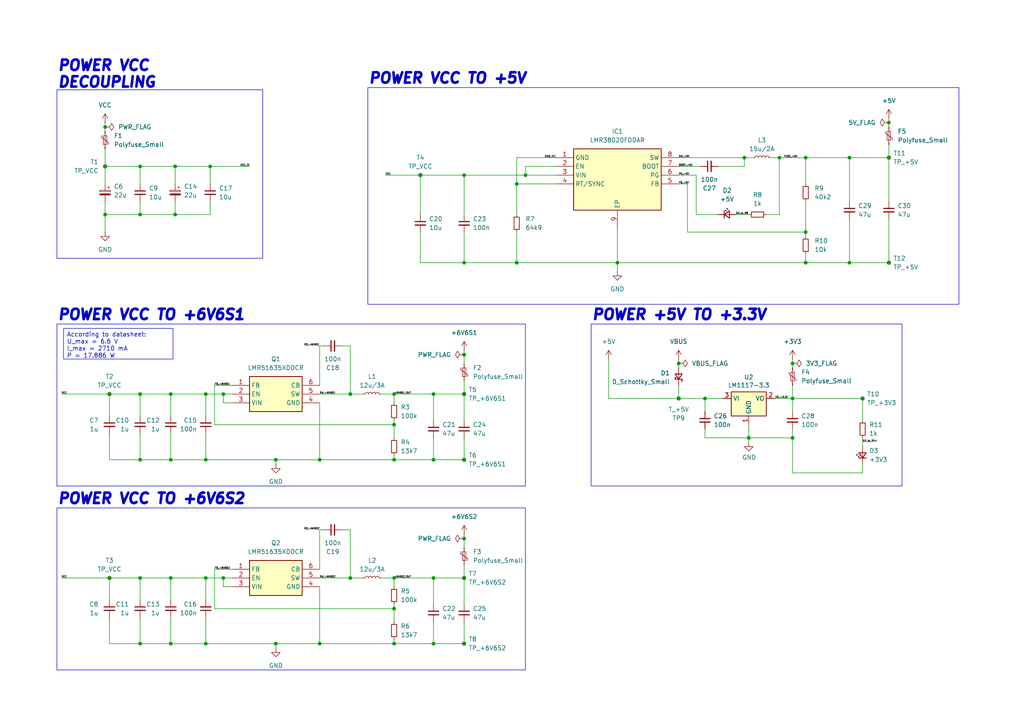
<source format=kicad_sch>
(kicad_sch (version 20250114) (generator "eeschema") (generator_version "9.0")
  (paper "A4")
  (rectangle (start 171.45 93.98) (end 261.62 140.97))
  (rectangle (start 16.51 93.98) (end 152.4 140.97))
  (rectangle (start 106.68 25.4) (end 278.13 88.265))
  (rectangle (start 16.51 26.035) (end 76.2 74.93))
  (rectangle (start 16.51 147.32) (end 152.4 194.31))
  (text "POWER VCC TO +6V6S2" (at 16.51 144.78 0) (effects (font (size 3 3) (thickness 2) (bold yes) (italic yes)) (justify left)))
  (text "POWER VCC TO +5V" (at 106.68 22.86 0) (effects (font (size 3 3) (thickness 2) (bold yes) (italic yes)) (justify left)))
  (text "POWER +5V TO +3.3V" (at 171.45 91.44 0) (effects (font (size 3 3) (thickness 2) (bold yes) (italic yes)) (justify left)))
  (text "POWER VCC\nDECOUPLING" (at 16.51 21.59 0) (effects (font (size 3 3) (thickness 2) (bold yes) (italic yes)) (justify left)))
  (text "POWER VCC TO +6V6S1" (at 16.51 91.44 0) (effects (font (size 3 3) (thickness 2) (bold yes) (italic yes)) (justify left)))
  (text_box "According to datasheet:\nU_max = 6.6 V\nI_max = 2710 mA\nP = 17.886 W" (at 18.415 95.25 0) (size 31.75 8.89) (margins 0.9525 0.9525 0.9525 0.9525) (effects (font (size 1.27 1.27)) (justify left top)))
  (junction (at 217.17 127))
  (junction (at 40.64 62.23))
  (junction (at 149.86 53.34))
  (junction (at 49.53 186.69))
  (junction (at 196.85 115.57))
  (junction (at 134.62 102.87))
  (junction (at 59.69 133.35))
  (junction (at 49.53 167.64))
  (junction (at 149.86 76.2))
  (junction (at 215.9 45.72))
  (junction (at 125.73 114.3))
  (junction (at 134.62 114.3))
  (junction (at 64.77 114.3))
  (junction (at 125.73 167.64))
  (junction (at 246.38 45.72))
  (junction (at 114.3 123.19))
  (junction (at 30.48 62.23))
  (junction (at 114.3 114.3))
  (junction (at 59.69 186.69))
  (junction (at 134.62 167.64))
  (junction (at 233.68 45.72))
  (junction (at 196.85 105.41))
  (junction (at 31.75 167.64))
  (junction (at 114.3 176.53))
  (junction (at 92.71 186.69))
  (junction (at 114.3 133.35))
  (junction (at 134.62 186.69))
  (junction (at 101.6 114.3))
  (junction (at 60.96 48.26))
  (junction (at 80.01 133.35))
  (junction (at 31.75 114.3))
  (junction (at 134.62 50.8))
  (junction (at 233.68 67.31))
  (junction (at 134.62 76.2))
  (junction (at 40.64 133.35))
  (junction (at 30.48 36.83))
  (junction (at 226.06 45.72))
  (junction (at 125.73 186.69))
  (junction (at 40.64 186.69))
  (junction (at 92.71 133.35))
  (junction (at 40.64 48.26))
  (junction (at 50.8 62.23))
  (junction (at 257.81 76.2))
  (junction (at 246.38 76.2))
  (junction (at 134.62 133.35))
  (junction (at 114.3 167.64))
  (junction (at 121.92 50.8))
  (junction (at 114.3 186.69))
  (junction (at 40.64 114.3))
  (junction (at 40.64 167.64))
  (junction (at 59.69 114.3))
  (junction (at 257.81 35.56))
  (junction (at 229.87 115.57))
  (junction (at 125.73 133.35))
  (junction (at 152.4 50.8))
  (junction (at 49.53 114.3))
  (junction (at 30.48 48.26))
  (junction (at 229.87 105.41))
  (junction (at 229.87 127))
  (junction (at 204.47 115.57))
  (junction (at 134.62 156.21))
  (junction (at 59.69 167.64))
  (junction (at 101.6 167.64))
  (junction (at 64.77 167.64))
  (junction (at 179.07 76.2))
  (junction (at 257.81 45.72))
  (junction (at 49.53 133.35))
  (junction (at 50.8 48.26))
  (junction (at 250.19 115.57))
  (junction (at 80.01 186.69))
  (junction (at 233.68 76.2))
  (wire (pts (xy 31.75 114.3) (xy 40.64 114.3)))
  (wire (pts (xy 134.62 154.94) (xy 134.62 156.21)))
  (wire (pts (xy 92.71 100.33) (xy 93.98 100.33)))
  (wire (pts (xy 121.92 50.8) (xy 134.62 50.8)))
  (wire (pts (xy 67.31 170.18) (xy 64.77 170.18)))
  (wire (pts (xy 59.69 167.64) (xy 64.77 167.64)))
  (wire (pts (xy 30.48 48.26) (xy 30.48 53.34)))
  (wire (pts (xy 114.3 127) (xy 114.3 123.19)))
  (wire (pts (xy 204.47 124.46) (xy 204.47 127)))
  (wire (pts (xy 229.87 104.14) (xy 229.87 105.41)))
  (wire (pts (xy 149.86 53.34) (xy 149.86 62.23)))
  (wire (pts (xy 62.23 123.19) (xy 114.3 123.19)))
  (wire (pts (xy 59.69 179.07) (xy 59.69 186.69)))
  (wire (pts (xy 67.31 165.1) (xy 62.23 165.1)))
  (wire (pts (xy 250.19 127) (xy 250.19 129.54)))
  (wire (pts (xy 92.71 167.64) (xy 101.6 167.64)))
  (wire (pts (xy 50.8 48.26) (xy 40.64 48.26)))
  (wire (pts (xy 40.64 48.26) (xy 40.64 53.34)))
  (wire (pts (xy 99.06 100.33) (xy 101.6 100.33)))
  (wire (pts (xy 40.64 58.42) (xy 40.64 62.23)))
  (wire (pts (xy 134.62 180.34) (xy 134.62 186.69)))
  (wire (pts (xy 208.28 48.26) (xy 215.9 48.26)))
  (wire (pts (xy 149.86 76.2) (xy 179.07 76.2)))
  (wire (pts (xy 50.8 62.23) (xy 60.96 62.23)))
  (wire (pts (xy 196.85 105.41) (xy 196.85 106.68)))
  (wire (pts (xy 40.64 167.64) (xy 40.64 173.99)))
  (wire (pts (xy 50.8 48.26) (xy 50.8 53.34)))
  (wire (pts (xy 40.64 167.64) (xy 49.53 167.64)))
  (wire (pts (xy 31.75 133.35) (xy 40.64 133.35)))
  (wire (pts (xy 40.64 179.07) (xy 40.64 186.69)))
  (wire (pts (xy 31.75 179.07) (xy 31.75 186.69)))
  (wire (pts (xy 226.06 45.72) (xy 233.68 45.72)))
  (wire (pts (xy 125.73 114.3) (xy 125.73 121.92)))
  (wire (pts (xy 125.73 186.69) (xy 114.3 186.69)))
  (wire (pts (xy 257.81 63.5) (xy 257.81 76.2)))
  (wire (pts (xy 49.53 114.3) (xy 59.69 114.3)))
  (wire (pts (xy 80.01 133.35) (xy 80.01 134.62)))
  (wire (pts (xy 233.68 45.72) (xy 246.38 45.72)))
  (wire (pts (xy 246.38 76.2) (xy 257.81 76.2)))
  (wire (pts (xy 30.48 35.56) (xy 30.48 36.83)))
  (wire (pts (xy 31.75 167.64) (xy 31.75 173.99)))
  (wire (pts (xy 134.62 114.3) (xy 134.62 121.92)))
  (wire (pts (xy 101.6 114.3) (xy 105.41 114.3)))
  (wire (pts (xy 222.25 62.23) (xy 226.06 62.23)))
  (wire (pts (xy 125.73 127) (xy 125.73 133.35)))
  (wire (pts (xy 62.23 176.53) (xy 114.3 176.53)))
  (wire (pts (xy 134.62 167.64) (xy 134.62 175.26)))
  (wire (pts (xy 215.9 45.72) (xy 218.44 45.72)))
  (wire (pts (xy 59.69 186.69) (xy 80.01 186.69)))
  (wire (pts (xy 134.62 167.64) (xy 134.62 163.83)))
  (wire (pts (xy 60.96 48.26) (xy 50.8 48.26)))
  (wire (pts (xy 233.68 58.42) (xy 233.68 67.31)))
  (wire (pts (xy 233.68 45.72) (xy 233.68 53.34)))
  (wire (pts (xy 134.62 102.87) (xy 134.62 105.41)))
  (wire (pts (xy 229.87 137.16) (xy 250.19 137.16)))
  (wire (pts (xy 201.93 50.8) (xy 201.93 62.23)))
  (wire (pts (xy 114.3 121.92) (xy 114.3 123.19)))
  (wire (pts (xy 134.62 114.3) (xy 134.62 110.49)))
  (wire (pts (xy 40.64 125.73) (xy 40.64 133.35)))
  (wire (pts (xy 60.96 48.26) (xy 72.39 48.26)))
  (wire (pts (xy 125.73 186.69) (xy 134.62 186.69)))
  (wire (pts (xy 31.75 125.73) (xy 31.75 133.35)))
  (wire (pts (xy 62.23 165.1) (xy 62.23 176.53)))
  (wire (pts (xy 213.36 62.23) (xy 217.17 62.23)))
  (wire (pts (xy 125.73 133.35) (xy 114.3 133.35)))
  (wire (pts (xy 64.77 114.3) (xy 67.31 114.3)))
  (wire (pts (xy 257.81 45.72) (xy 257.81 41.91)))
  (wire (pts (xy 92.71 114.3) (xy 101.6 114.3)))
  (wire (pts (xy 92.71 133.35) (xy 114.3 133.35)))
  (wire (pts (xy 59.69 114.3) (xy 64.77 114.3)))
  (wire (pts (xy 101.6 153.67) (xy 101.6 167.64)))
  (wire (pts (xy 64.77 116.84) (xy 64.77 114.3)))
  (wire (pts (xy 149.86 53.34) (xy 161.29 53.34)))
  (wire (pts (xy 257.81 45.72) (xy 246.38 45.72)))
  (wire (pts (xy 30.48 62.23) (xy 30.48 67.31)))
  (wire (pts (xy 80.01 186.69) (xy 80.01 187.96)))
  (wire (pts (xy 60.96 62.23) (xy 60.96 58.42)))
  (wire (pts (xy 196.85 104.14) (xy 196.85 105.41)))
  (wire (pts (xy 229.87 105.41) (xy 229.87 106.68)))
  (wire (pts (xy 49.53 186.69) (xy 59.69 186.69)))
  (wire (pts (xy 59.69 114.3) (xy 59.69 120.65)))
  (wire (pts (xy 204.47 115.57) (xy 204.47 119.38)))
  (wire (pts (xy 246.38 45.72) (xy 246.38 58.42)))
  (wire (pts (xy 114.3 132.08) (xy 114.3 133.35)))
  (wire (pts (xy 111.76 50.8) (xy 121.92 50.8)))
  (wire (pts (xy 199.39 67.31) (xy 233.68 67.31)))
  (wire (pts (xy 40.64 133.35) (xy 49.53 133.35)))
  (wire (pts (xy 204.47 127) (xy 217.17 127)))
  (wire (pts (xy 196.85 115.57) (xy 204.47 115.57)))
  (wire (pts (xy 17.78 114.3) (xy 31.75 114.3)))
  (wire (pts (xy 40.64 114.3) (xy 40.64 120.65)))
  (wire (pts (xy 59.69 133.35) (xy 80.01 133.35)))
  (wire (pts (xy 229.87 111.76) (xy 229.87 115.57)))
  (wire (pts (xy 134.62 50.8) (xy 134.62 62.23)))
  (wire (pts (xy 60.96 53.34) (xy 60.96 48.26)))
  (wire (pts (xy 134.62 156.21) (xy 134.62 158.75)))
  (wire (pts (xy 31.75 114.3) (xy 31.75 120.65)))
  (wire (pts (xy 179.07 66.04) (xy 179.07 76.2)))
  (wire (pts (xy 176.53 104.14) (xy 176.53 115.57)))
  (wire (pts (xy 99.06 153.67) (xy 101.6 153.67)))
  (wire (pts (xy 49.53 179.07) (xy 49.53 186.69)))
  (wire (pts (xy 257.81 35.56) (xy 257.81 34.29)))
  (wire (pts (xy 49.53 114.3) (xy 49.53 120.65)))
  (wire (pts (xy 229.87 124.46) (xy 229.87 127)))
  (wire (pts (xy 114.3 185.42) (xy 114.3 186.69)))
  (wire (pts (xy 179.07 76.2) (xy 179.07 78.74)))
  (wire (pts (xy 201.93 62.23) (xy 208.28 62.23)))
  (wire (pts (xy 121.92 50.8) (xy 121.92 62.23)))
  (wire (pts (xy 114.3 167.64) (xy 114.3 170.18)))
  (wire (pts (xy 121.92 76.2) (xy 134.62 76.2)))
  (wire (pts (xy 161.29 48.26) (xy 152.4 48.26)))
  (wire (pts (xy 149.86 67.31) (xy 149.86 76.2)))
  (wire (pts (xy 179.07 76.2) (xy 233.68 76.2)))
  (wire (pts (xy 152.4 48.26) (xy 152.4 50.8)))
  (wire (pts (xy 196.85 53.34) (xy 199.39 53.34)))
  (wire (pts (xy 67.31 111.76) (xy 62.23 111.76)))
  (wire (pts (xy 40.64 62.23) (xy 50.8 62.23)))
  (wire (pts (xy 101.6 167.64) (xy 105.41 167.64)))
  (wire (pts (xy 134.62 67.31) (xy 134.62 76.2)))
  (wire (pts (xy 80.01 133.35) (xy 92.71 133.35)))
  (wire (pts (xy 196.85 48.26) (xy 203.2 48.26)))
  (wire (pts (xy 40.64 186.69) (xy 49.53 186.69)))
  (wire (pts (xy 49.53 167.64) (xy 59.69 167.64)))
  (wire (pts (xy 223.52 45.72) (xy 226.06 45.72)))
  (wire (pts (xy 217.17 127) (xy 229.87 127)))
  (wire (pts (xy 176.53 115.57) (xy 196.85 115.57)))
  (wire (pts (xy 114.3 114.3) (xy 114.3 116.84)))
  (wire (pts (xy 49.53 133.35) (xy 59.69 133.35)))
  (wire (pts (xy 40.64 48.26) (xy 30.48 48.26)))
  (wire (pts (xy 92.71 116.84) (xy 92.71 133.35)))
  (wire (pts (xy 49.53 167.64) (xy 49.53 173.99)))
  (wire (pts (xy 196.85 45.72) (xy 215.9 45.72)))
  (wire (pts (xy 49.53 125.73) (xy 49.53 133.35)))
  (wire (pts (xy 62.23 111.76) (xy 62.23 123.19)))
  (wire (pts (xy 17.78 167.64) (xy 31.75 167.64)))
  (wire (pts (xy 152.4 50.8) (xy 161.29 50.8)))
  (wire (pts (xy 217.17 123.19) (xy 217.17 127)))
  (wire (pts (xy 67.31 116.84) (xy 64.77 116.84)))
  (wire (pts (xy 134.62 76.2) (xy 149.86 76.2)))
  (wire (pts (xy 161.29 45.72) (xy 149.86 45.72)))
  (wire (pts (xy 31.75 167.64) (xy 40.64 167.64)))
  (wire (pts (xy 257.81 36.83) (xy 257.81 35.56)))
  (wire (pts (xy 149.86 45.72) (xy 149.86 53.34)))
  (wire (pts (xy 92.71 165.1) (xy 92.71 153.67)))
  (wire (pts (xy 196.85 111.76) (xy 196.85 115.57)))
  (wire (pts (xy 204.47 115.57) (xy 209.55 115.57)))
  (wire (pts (xy 125.73 180.34) (xy 125.73 186.69)))
  (wire (pts (xy 226.06 45.72) (xy 226.06 62.23)))
  (wire (pts (xy 30.48 58.42) (xy 30.48 62.23)))
  (wire (pts (xy 121.92 67.31) (xy 121.92 76.2)))
  (wire (pts (xy 257.81 45.72) (xy 257.81 58.42)))
  (wire (pts (xy 64.77 170.18) (xy 64.77 167.64)))
  (wire (pts (xy 229.87 115.57) (xy 229.87 119.38)))
  (wire (pts (xy 134.62 167.64) (xy 125.73 167.64)))
  (wire (pts (xy 229.87 127) (xy 229.87 137.16)))
  (wire (pts (xy 110.49 167.64) (xy 114.3 167.64)))
  (wire (pts (xy 30.48 43.18) (xy 30.48 48.26)))
  (wire (pts (xy 217.17 127) (xy 217.17 128.27)))
  (wire (pts (xy 30.48 62.23) (xy 40.64 62.23)))
  (wire (pts (xy 134.62 101.6) (xy 134.62 102.87)))
  (wire (pts (xy 110.49 114.3) (xy 114.3 114.3)))
  (wire (pts (xy 50.8 58.42) (xy 50.8 62.23)))
  (wire (pts (xy 246.38 63.5) (xy 246.38 76.2)))
  (wire (pts (xy 134.62 127) (xy 134.62 133.35)))
  (wire (pts (xy 92.71 111.76) (xy 92.71 100.33)))
  (wire (pts (xy 114.3 180.34) (xy 114.3 176.53)))
  (wire (pts (xy 114.3 175.26) (xy 114.3 176.53)))
  (wire (pts (xy 196.85 50.8) (xy 201.93 50.8)))
  (wire (pts (xy 134.62 114.3) (xy 125.73 114.3)))
  (wire (pts (xy 114.3 167.64) (xy 125.73 167.64)))
  (wire (pts (xy 101.6 100.33) (xy 101.6 114.3)))
  (wire (pts (xy 233.68 67.31) (xy 233.68 68.58)))
  (wire (pts (xy 92.71 186.69) (xy 114.3 186.69)))
  (wire (pts (xy 224.79 115.57) (xy 229.87 115.57)))
  (wire (pts (xy 92.71 170.18) (xy 92.71 186.69)))
  (wire (pts (xy 114.3 114.3) (xy 125.73 114.3)))
  (wire (pts (xy 125.73 133.35) (xy 134.62 133.35)))
  (wire (pts (xy 40.64 114.3) (xy 49.53 114.3)))
  (wire (pts (xy 31.75 186.69) (xy 40.64 186.69)))
  (wire (pts (xy 92.71 153.67) (xy 93.98 153.67)))
  (wire (pts (xy 30.48 36.83) (xy 30.48 38.1)))
  (wire (pts (xy 59.69 125.73) (xy 59.69 133.35)))
  (wire (pts (xy 64.77 167.64) (xy 67.31 167.64)))
  (wire (pts (xy 59.69 167.64) (xy 59.69 173.99)))
  (wire (pts (xy 215.9 45.72) (xy 215.9 48.26)))
  (wire (pts (xy 250.19 134.62) (xy 250.19 137.16)))
  (wire (pts (xy 125.73 167.64) (xy 125.73 175.26)))
  (wire (pts (xy 80.01 186.69) (xy 92.71 186.69)))
  (wire (pts (xy 250.19 115.57) (xy 250.19 121.92)))
  (wire (pts (xy 233.68 76.2) (xy 246.38 76.2)))
  (wire (pts (xy 199.39 53.34) (xy 199.39 67.31)))
  (wire (pts (xy 134.62 50.8) (xy 152.4 50.8)))
  (wire (pts (xy 229.87 115.57) (xy 250.19 115.57)))
  (wire (pts (xy 233.68 73.66) (xy 233.68 76.2)))
  (label "FB_+6V6S1" (at 62.23 111.76 0) (effects (font (size 0.508 0.508))))
  (label "VCC_IN" (at 72.39 48.26 180) (effects (font (size 0.508 0.508))))
  (label "VO_+3.3V" (at 224.79 115.57 0) (effects (font (size 0.508 0.508))))
  (label "+6V6S2_OUT" (at 114.3 167.64 0) (effects (font (size 0.508 0.508))))
  (label "GND_IC1" (at 161.29 45.72 180) (effects (font (size 0.508 0.508))))
  (label "SW_+6V6S2" (at 92.71 167.64 0) (effects (font (size 0.508 0.508))))
  (label "D3_to_R8" (at 213.36 62.23 0) (effects (font (size 0.508 0.508))))
  (label "+6V6S1_OUT" (at 114.3 114.3 0) (effects (font (size 0.508 0.508))))
  (label "FB_+5V" (at 196.85 53.34 0) (effects (font (size 0.508 0.508))))
  (label "D2_to_R14" (at 250.19 128.27 0) (effects (font (size 0.508 0.508))))
  (label "SW_+5V" (at 196.85 45.72 0) (effects (font (size 0.508 0.508))))
  (label "PG_+5V" (at 196.85 50.8 0) (effects (font (size 0.508 0.508))))
  (label "VCC" (at 17.78 114.3 0) (effects (font (size 0.508 0.508))))
  (label "BOOT_+5V" (at 196.85 48.26 0) (effects (font (size 0.508 0.508))))
  (label "VCC" (at 111.76 50.8 0) (effects (font (size 0.508 0.508))))
  (label "CB_+6V6S1" (at 92.71 100.33 180) (effects (font (size 0.508 0.508))))
  (label "VCC" (at 17.78 167.64 0) (effects (font (size 0.508 0.508))))
  (label "CB_+6V6S2" (at 92.71 153.67 180) (effects (font (size 0.508 0.508))))
  (label "FB_+6V6S2" (at 62.23 165.1 0) (effects (font (size 0.508 0.508))))
  (label "SW_+6V6S1" (at 92.71 114.3 0) (effects (font (size 0.508 0.508))))
  (label "FUSE_+5V" (at 227.33 45.72 0) (effects (font (size 0.508 0.508))))
  (symbol (lib_id "Device:C_Small") (at 134.62 124.46 180) (unit 1)
    (property "Reference" "C24" (at 137.16 123.1835 0) (effects (justify right)))
    (property "Value" "47u" (at 137.16 125.7235 0) (effects (justify right)))
    (property "Footprint" "Capacitor_SMD:C_0603_1608Metric_Pad1.08x0.95mm_HandSolder" (effects (hide yes)))
    (property "Datasheet" "https://www.mouser.pl/datasheet/2/281/1/GRM32EC81A476KE19_01A-1988153.pdf" (effects (hide yes)))
    (property "Description" "Unpolarized capacitor, small symbol" (effects (hide yes)))
    (property "Mouser Price/Stock" "https://www.mouser.pl/ProductDetail/Murata-Electronics/GRM32EC81A476KE19L?qs=MY6wChARw2yvJSSmMP%2Fwxg%3D%3D" (effects (hide yes)))
  )
  (symbol (lib_id "Device:Polyfuse_Small") (at 134.62 107.95 0) (unit 1)
    (property "Reference" "F2" (at 137.16 106.6799 0) (effects (justify left)))
    (property "Value" "Polyfuse_Small" (at 137.16 109.2199 0) (effects (justify left)))
    (property "Footprint" "Fuse:Fuse_0805_2012Metric_Pad1.15x1.40mm_HandSolder" (effects (hide yes)))
    (property "Datasheet" "https://www.mouser.pl/datasheet/2/87/eaton_ptslr0805_surface_mount_resettable_fuse_data-1839574.pdf" (effects (hide yes)))
    (property "Description" "Resettable fuse, polymeric positive temperature coefficient, small symbol" (effects (hide yes)))
    (property "Mouser Price/Stock" "https://www.mouser.pl/ProductDetail/Eaton-Electronics/PTSLR08058V300?qs=aP1CjGhiNiEUZKyvUOiEhw%3D%3D" (effects (hide yes)))
  )
  (symbol (lib_id "Connector:TestPoint_Small") (at 196.85 115.57 90) (mirror x) (unit 1)
    (property "Reference" "TP9" (at 196.85 121.285 90))
    (property "Value" "T_+5V" (at 196.85 118.745 90))
    (property "Footprint" "TestPoint:TestPoint_Pad_1.0x1.0mm" (effects (hide yes)))
    (property "Description" "test point" (effects (hide yes)))
  )
  (symbol (lib_id "power:PWR_FLAG") (at 229.87 105.41 270) (unit 1)
    (property "Reference" "#FLG0107" (effects (hide yes)))
    (property "Value" "3V3_FLAG" (at 233.68 105.4099 90) (effects (justify left)))
    (property "Description" "Special symbol for telling ERC where power comes from" (effects (hide yes)))
  )
  (symbol (lib_id "power:+1V0") (at 134.62 101.6 0) (unit 1)
    (property "Reference" "#PWR0108" (effects (hide yes)))
    (property "Value" "+6V6S1" (at 134.62 96.52 0))
    (property "Description" "Power symbol creates a global label with name \"+1V0\"" (effects (hide yes)))
  )
  (symbol (lib_id "power:GND") (at 30.48 67.31 0) (unit 1)
    (property "Reference" "#PWR0105" (effects (hide yes)))
    (property "Value" "GND" (at 30.48 72.39 0))
    (property "Description" "Power symbol creates a global label with name \"GND\" , ground" (effects (hide yes)))
  )
  (symbol (lib_id "Connector:TestPoint_Small") (at 250.19 115.57 0) (unit 1)
    (property "Reference" "T10" (at 251.46 114.2999 0) (effects (justify left)))
    (property "Value" "TP_+3V3" (at 251.46 116.8399 0) (effects (justify left)))
    (property "Footprint" "TestPoint:TestPoint_Pad_1.0x1.0mm" (effects (hide yes)))
    (property "Description" "test point" (effects (hide yes)))
  )
  (symbol (lib_id "Device:L_Small") (at 107.95 167.64 90) (unit 1)
    (property "Reference" "L2" (at 107.95 162.56 90))
    (property "Value" "12u/3A" (at 107.95 165.1 90))
    (property "Footprint" "SamacSys_Parts:VLS6045" (effects (hide yes)))
    (property "Datasheet" "https://product.tdk.com/system/files/dam/doc/product/inductor/inductor/smd/catalog/inductor_commercial_power_vls6045ex_en.pdf" (effects (hide yes)))
    (property "Description" "Inductor, small symbol" (effects (hide yes)))
    (property "Mouser Price/Stock" "https://www.mouser.pl/ProductDetail/TDK/VLS6045EX-150M?qs=oF%2FSscNnLpDh4m%2FVdQ%2FgKQ%3D%3D" (effects (hide yes)))
  )
  (symbol (lib_id "power:GND") (at 80.01 134.62 0) (unit 1)
    (property "Reference" "#PWR0109" (effects (hide yes)))
    (property "Value" "GND" (at 80.01 139.7 0))
    (property "Description" "Power symbol creates a global label with name \"GND\" , ground" (effects (hide yes)))
  )
  (symbol (lib_id "Connector:TestPoint_Small") (at 30.48 48.26 0) (mirror y) (unit 1)
    (property "Reference" "T1" (at 28.575 46.9899 0) (effects (justify left)))
    (property "Value" "TP_VCC" (at 28.575 49.5299 0) (effects (justify left)))
    (property "Footprint" "TestPoint:TestPoint_Pad_1.0x1.0mm" (effects (hide yes)))
    (property "Description" "test point" (effects (hide yes)))
  )
  (symbol (lib_name "+5V_1") (lib_id "power:+5V") (at 257.81 34.29 0) (unit 1)
    (property "Reference" "#PWR0115" (effects (hide yes)))
    (property "Value" "+5V" (at 257.81 29.21 0))
    (property "Description" "Power symbol creates a global label with name \"+5V\"" (effects (hide yes)))
  )
  (symbol (lib_id "power:PWR_FLAG") (at 196.85 105.41 270) (unit 1)
    (property "Reference" "#FLG0105" (effects (hide yes)))
    (property "Value" "VBUS_FLAG" (at 200.66 105.4099 90) (effects (justify left)))
    (property "Description" "Special symbol for telling ERC where power comes from" (effects (hide yes)))
  )
  (symbol (lib_id "SamacSys_Parts:LMR51635XDDCR") (at 67.31 165.1 0) (unit 1)
    (property "Reference" "Q2" (at 80.01 157.48 0))
    (property "Value" "LMR51635XDDCR" (at 80.01 160.02 0))
    (property "Footprint" "SamacSys_Parts:SOT95P280X110-6N" (effects (hide yes)))
    (property "Datasheet" "https://www.ti.com/lit/gpn/lmr51635" (effects (hide yes)))
    (property "Description" "Functional Safety-Capable  Documentation available to aid functional safety system design  Configured for rugged industrial applications:  4.3V to 60V input voltage range  3.5A continuous output current  Low operating quiescent current of 29uA  70ns minimum switching on time  400kHz switching frequency  Frequency spread spectrum (PFM variant)  40C to 150C junction temperature range  96% maximum duty cycle  Monotonic start-up with prebiased output  Short-circuit protection with" (effects (hide yes)))
    (property "Height" "1.1" (effects (hide yes)))
    (property "Mouser Price/Stock" "https://www.mouser.pl/ProductDetail/Texas-Instruments/LMR51635XDDCR?qs=sGAEpiMZZMt1hubY80%2Fs8HD5vy81pbGNDwVUW%252BJXSqE9IWMzBHKeQw%3D%3D" (effects (hide yes)))
    (property "Manufacturer_Name" "Texas Instruments" (effects (hide yes)))
    (property "Manufacturer_Part_Number" "LMR51635XDDCR" (effects (hide yes)))
  )
  (symbol (lib_id "Device:C_Small") (at 257.81 60.96 0) (mirror y) (unit 1)
    (property "Reference" "C30" (at 260.35 59.6962 0) (effects (justify right)))
    (property "Value" "47u" (at 260.35 62.2362 0) (effects (justify right)))
    (property "Footprint" "Capacitor_SMD:C_0603_1608Metric_Pad1.08x0.95mm_HandSolder" (effects (hide yes)))
    (property "Datasheet" "https://www.mouser.pl/datasheet/2/281/1/GRM32EC81A476KE19_01A-1988153.pdf" (effects (hide yes)))
    (property "Description" "Unpolarized capacitor, small symbol" (effects (hide yes)))
    (property "Mouser Price/Stock" "https://www.mouser.pl/ProductDetail/Murata-Electronics/GRM32EC81A476KE19L?qs=MY6wChARw2yvJSSmMP%2Fwxg%3D%3D" (effects (hide yes)))
  )
  (symbol (lib_id "Connector:TestPoint_Small") (at 134.62 186.69 0) (unit 1)
    (property "Reference" "T8" (at 135.89 185.4199 0) (effects (justify left)))
    (property "Value" "TP_+6V6S2" (at 135.89 187.9599 0) (effects (justify left)))
    (property "Footprint" "TestPoint:TestPoint_Pad_1.0x1.0mm" (effects (hide yes)))
    (property "Description" "test point" (effects (hide yes)))
  )
  (symbol (lib_id "Device:C_Small") (at 49.53 176.53 0) (mirror y) (unit 1)
    (property "Reference" "C13" (at 46.355 175.2662 0) (effects (justify left)))
    (property "Value" "1u" (at 46.355 177.8062 0) (effects (justify left)))
    (property "Footprint" "Capacitor_SMD:C_0603_1608Metric_Pad1.08x0.95mm_HandSolder" (effects (hide yes)))
    (property "Datasheet" "https://www.mouser.pl/datasheet/2/396/MM_mlcc_all_e-3370058.pdf" (effects (hide yes)))
    (property "Description" "Unpolarized capacitor, small symbol" (effects (hide yes)))
    (property "Mouser Price/Stock" "https://www.mouser.pl/ProductDetail/TAIYO-YUDEN/MMJCG168CB7105KRPA18?qs=tlsG%2FOw5FFitCzv9vt4%2F3A%3D%3D" (effects (hide yes)))
  )
  (symbol (lib_id "Device:C_Small") (at 96.52 100.33 90) (unit 1)
    (property "Reference" "C18" (at 96.5263 106.68 90))
    (property "Value" "100n" (at 96.5263 104.14 90))
    (property "Footprint" "Capacitor_SMD:C_0603_1608Metric_Pad1.08x0.95mm_HandSolder" (effects (hide yes)))
    (property "Datasheet" "https://www.mouser.pl/datasheet/2/447/KEM_C1002_X7R_SMD-3316098.pdf" (effects (hide yes)))
    (property "Description" "Unpolarized capacitor, small symbol" (effects (hide yes)))
    (property "Mouser Price/Stock" "https://www.mouser.pl/ProductDetail/KEMET/C0603C104J5RACTM?qs=JHaSZE6YWYWxKFeO4jSa6A%3D%3D" (effects (hide yes)))
  )
  (symbol (lib_id "Device:C_Small") (at 134.62 64.77 0) (unit 1)
    (property "Reference" "C23" (at 137.16 63.5062 0) (effects (justify left)))
    (property "Value" "100n" (at 137.16 66.0462 0) (effects (justify left)))
    (property "Footprint" "Capacitor_SMD:C_0603_1608Metric_Pad1.08x0.95mm_HandSolder" (effects (hide yes)))
    (property "Datasheet" "https://www.mouser.pl/datasheet/2/447/KEM_C1002_X7R_SMD-3316098.pdf" (effects (hide yes)))
    (property "Description" "Unpolarized capacitor, small symbol" (effects (hide yes)))
    (property "Mouser Price/Stock" "https://www.mouser.pl/ProductDetail/KEMET/C0603C104J5RACTM?qs=JHaSZE6YWYWxKFeO4jSa6A%3D%3D" (effects (hide yes)))
  )
  (symbol (lib_id "Device:R_Small") (at 114.3 172.72 180) (unit 1)
    (property "Reference" "R5" (at 116.205 171.4499 0) (effects (justify right)))
    (property "Value" "100k" (at 116.205 173.9899 0) (effects (justify right)))
    (property "Footprint" "Resistor_SMD:R_0603_1608Metric_Pad0.98x0.95mm_HandSolder" (effects (hide yes)))
    (property "Datasheet" "https://www.koaspeer.com/pdfs/RK73B.pdf" (effects (hide yes)))
    (property "Description" "Resistor, small symbol" (effects (hide yes)))
    (property "Mouser Price/Stock" "https://www.mouser.pl/ProductDetail/KOA-Speer/RK73B1JTTD104J?qs=sGAEpiMZZMvdGkrng054t2HaaJFon%252B0pQ1vDU7rpyKc%3D" (effects (hide yes)))
  )
  (symbol (lib_id "Device:C_Small") (at 31.75 176.53 0) (mirror y) (unit 1)
    (property "Reference" "C8" (at 28.575 175.2662 0) (effects (justify left)))
    (property "Value" "1u" (at 28.575 177.8062 0) (effects (justify left)))
    (property "Footprint" "Capacitor_SMD:C_0603_1608Metric_Pad1.08x0.95mm_HandSolder" (effects (hide yes)))
    (property "Datasheet" "https://www.mouser.pl/datasheet/2/396/MM_mlcc_all_e-3370058.pdf" (effects (hide yes)))
    (property "Description" "Unpolarized capacitor, small symbol" (effects (hide yes)))
    (property "Mouser Price/Stock" "https://www.mouser.pl/ProductDetail/TAIYO-YUDEN/MMJCG168CB7105KRPA18?qs=tlsG%2FOw5FFitCzv9vt4%2F3A%3D%3D" (effects (hide yes)))
  )
  (symbol (lib_id "Connector:TestPoint_Small") (at 257.81 76.2 0) (unit 1)
    (property "Reference" "T12" (at 259.08 74.9299 0) (effects (justify left)))
    (property "Value" "TP_+5V" (at 259.08 77.4699 0) (effects (justify left)))
    (property "Footprint" "TestPoint:TestPoint_Pad_1.0x1.0mm" (effects (hide yes)))
    (property "Description" "test point" (effects (hide yes)))
  )
  (symbol (lib_id "SamacSys_Parts:LMR38020FDDAR") (at 161.29 45.72 0) (unit 1)
    (property "Reference" "IC1" (at 179.07 38.1 0))
    (property "Value" "LMR38020FDDAR" (at 179.07 40.64 0))
    (property "Footprint" "Package_SO:SOIC-8-1EP_3.9x4.9mm_P1.27mm_EP2.29x3mm" (effects (hide yes)))
    (property "Datasheet" "https://www.ti.com/product/LMR38020" (effects (hide yes)))
    (property "Description" "SIMPLE SWITCHER 4.2-V to 80-V, 2-A synchronous buck converter with 40-A IQ" (effects (hide yes)))
    (property "Height" "1.7" (effects (hide yes)))
    (property "Mouser Part Number" "595-LMR38020FDDAR" (effects (hide yes)))
    (property "Mouser Price/Stock" "https://www.mouser.co.uk/ProductDetail/Texas-Instruments/LMR38020FDDAR?qs=Li%252BoUPsLEnv2har3ftPY1A%3D%3D" (effects (hide yes)))
    (property "Manufacturer_Name" "Texas Instruments" (effects (hide yes)))
    (property "Manufacturer_Part_Number" "LMR38020FDDAR" (effects (hide yes)))
  )
  (symbol (lib_id "Device:C_Small") (at 204.47 121.92 0) (unit 1)
    (property "Reference" "C26" (at 207.01 120.6562 0) (effects (justify left)))
    (property "Value" "100n" (at 207.01 123.1962 0) (effects (justify left)))
    (property "Footprint" "Capacitor_SMD:C_0603_1608Metric_Pad1.08x0.95mm_HandSolder" (effects (hide yes)))
    (property "Datasheet" "https://www.mouser.pl/datasheet/2/447/KEM_C1002_X7R_SMD-3316098.pdf" (effects (hide yes)))
    (property "Description" "Unpolarized capacitor, small symbol" (effects (hide yes)))
    (property "Mouser Price/Stock" "https://www.mouser.pl/ProductDetail/KEMET/C0603C104J5RACTM?qs=JHaSZE6YWYWxKFeO4jSa6A%3D%3D" (effects (hide yes)))
  )
  (symbol (lib_id "Device:C_Small") (at 134.62 177.8 180) (unit 1)
    (property "Reference" "C25" (at 137.16 176.5235 0) (effects (justify right)))
    (property "Value" "47u" (at 137.16 179.0635 0) (effects (justify right)))
    (property "Footprint" "Capacitor_SMD:C_0603_1608Metric_Pad1.08x0.95mm_HandSolder" (effects (hide yes)))
    (property "Datasheet" "https://www.mouser.pl/datasheet/2/281/1/GRM32EC81A476KE19_01A-1988153.pdf" (effects (hide yes)))
    (property "Description" "Unpolarized capacitor, small symbol" (effects (hide yes)))
    (property "Mouser Price/Stock" "https://www.mouser.pl/ProductDetail/Murata-Electronics/GRM32EC81A476KE19L?qs=MY6wChARw2yvJSSmMP%2Fwxg%3D%3D" (effects (hide yes)))
  )
  (symbol (lib_id "Device:R_Small") (at 114.3 182.88 180) (unit 1)
    (property "Reference" "R6" (at 116.205 181.6099 0) (effects (justify right)))
    (property "Value" "13k7" (at 116.205 184.1499 0) (effects (justify right)))
    (property "Footprint" "Resistor_SMD:R_0603_1608Metric_Pad0.98x0.95mm_HandSolder" (effects (hide yes)))
    (property "Datasheet" "https://www.mouser.pl/datasheet/2/447/PYu_AC_51_RoHS_L_11-3418659.pdf" (effects (hide yes)))
    (property "Description" "Resistor, small symbol" (effects (hide yes)))
    (property "Mouser Price/Stock" "https://www.mouser.pl/ProductDetail/YAGEO/AC0603DRE0713K7L?qs=sGAEpiMZZMtlubZbdhIBIMHZ5gvv1VGtfSHmx2YCPyY%3D" (effects (hide yes)))
  )
  (symbol (lib_id "Device:C_Polarized_Small") (at 30.48 55.88 0) (mirror y) (unit 1)
    (property "Reference" "C6" (at 33.02 54.0638 0) (effects (justify right)))
    (property "Value" "22u" (at 33.02 56.6038 0) (effects (justify right)))
    (property "Footprint" "SamacSys_Parts:CAPPM7343X310N" (effects (hide yes)))
    (property "Datasheet" "https://product.tdk.com/system/files/dam/doc/product/capacitor/ceramic/mlcc/catalog/mlcc_commercial_general_en.pdf" (effects (hide yes)))
    (property "Description" "Polarized capacitor, small symbol" (effects (hide yes)))
    (property "Mouser Price/Stock" "https://www.mouser.pl/ProductDetail/TDK/C2012X5R1V226M125AC?qs=6JAMGB%252BEdkyUk0d2Mu2IrQ%3D%3D" (effects (hide yes)))
    (property "Mouser Part Number" "647-UCM1V220MCL1GS" (effects (hide yes)))
  )
  (symbol (lib_id "power:GND") (at 179.07 78.74 0) (unit 1)
    (property "Reference" "#PWR0114" (effects (hide yes)))
    (property "Value" "GND" (at 179.07 83.82 0))
    (property "Description" "Power symbol creates a global label with name \"GND\" , ground" (effects (hide yes)))
  )
  (symbol (lib_id "Device:C_Small") (at 229.87 121.92 0) (unit 1)
    (property "Reference" "C28" (at 232.41 120.6562 0) (effects (justify left)))
    (property "Value" "100n" (at 232.41 123.1962 0) (effects (justify left)))
    (property "Footprint" "Capacitor_SMD:C_0603_1608Metric_Pad1.08x0.95mm_HandSolder" (effects (hide yes)))
    (property "Datasheet" "https://www.mouser.pl/datasheet/2/447/KEM_C1002_X7R_SMD-3316098.pdf" (effects (hide yes)))
    (property "Description" "Unpolarized capacitor, small symbol" (effects (hide yes)))
    (property "Mouser Price/Stock" "https://www.mouser.pl/ProductDetail/KEMET/C0603C104J5RACTM?qs=JHaSZE6YWYWxKFeO4jSa6A%3D%3D" (effects (hide yes)))
  )
  (symbol (lib_id "Device:C_Small") (at 125.73 177.8 180) (unit 1)
    (property "Reference" "C22" (at 128.27 176.5235 0) (effects (justify right)))
    (property "Value" "47u" (at 128.27 179.0635 0) (effects (justify right)))
    (property "Footprint" "Capacitor_SMD:C_0603_1608Metric_Pad1.08x0.95mm_HandSolder" (effects (hide yes)))
    (property "Datasheet" "https://www.mouser.pl/datasheet/2/281/1/GRM32EC81A476KE19_01A-1988153.pdf" (effects (hide yes)))
    (property "Description" "Unpolarized capacitor, small symbol" (effects (hide yes)))
    (property "Mouser Price/Stock" "https://www.mouser.pl/ProductDetail/Murata-Electronics/GRM32EC81A476KE19L?qs=MY6wChARw2yvJSSmMP%2Fwxg%3D%3D" (effects (hide yes)))
  )
  (symbol (lib_id "power:GND") (at 217.17 128.27 0) (unit 1)
    (property "Reference" "#PWR0116" (effects (hide yes)))
    (property "Value" "GND" (at 217.297 132.6642 0))
  )
  (symbol (lib_id "Device:LED_Small") (at 210.82 62.23 0) (unit 1)
    (property "Reference" "D2" (at 210.8835 55.245 0))
    (property "Value" "+5V" (at 210.8835 57.785 0))
    (property "Footprint" "LED_SMD:LED_0603_1608Metric" (effects (hide yes)))
    (property "Datasheet" "https://www.mouser.pl/ProductDetail/Wurth-Elektronik/150060SS75000?qs=LlUlMxKIyB0oQaxwspeTEA%3D%3D" (effects (hide yes)))
    (property "Description" "Light emitting diode, small symbol" (effects (hide yes)))
    (property "Mouser Price/Stock" "https://www.we-online.com/components/products/datasheet/150060SS75000.pdf" (effects (hide yes)))
  )
  (symbol (lib_id "power:+1V0") (at 134.62 154.94 0) (unit 1)
    (property "Reference" "#PWR0110" (effects (hide yes)))
    (property "Value" "+6V6S2" (at 134.62 149.86 0))
    (property "Description" "Power symbol creates a global label with name \"+1V0\"" (effects (hide yes)))
  )
  (symbol (lib_id "Device:R_Small") (at 233.68 71.12 180) (unit 1)
    (property "Reference" "R10" (at 236.22 69.8499 0) (effects (justify right)))
    (property "Value" "10k" (at 236.22 72.3899 0) (effects (justify right)))
    (property "Footprint" "Resistor_SMD:R_0603_1608Metric_Pad0.98x0.95mm_HandSolder" (effects (hide yes)))
    (property "Datasheet" "https://www.vishay.com/docs/20035/dcrcwe3.pdf" (effects (hide yes)))
    (property "Description" "Resistor, small symbol" (effects (hide yes)))
    (property "Mouser Price/Stock" "https://www.mouser.pl/ProductDetail/Vishay-Dale/CRCW060310K0FKEI?qs=sGAEpiMZZMtlubZbdhIBIHFHA%252BLjIXrexE6X%2Fz%252Bm29E%3D" (effects (hide yes)))
  )
  (symbol (lib_id "power:PWR_FLAG") (at 134.62 102.87 90) (mirror x) (unit 1)
    (property "Reference" "#FLG0103" (effects (hide yes)))
    (property "Value" "PWR_FLAG" (at 130.81 102.8699 90) (effects (justify left)))
    (property "Description" "Special symbol for telling ERC where power comes from" (effects (hide yes)))
  )
  (symbol (lib_id "Connector:TestPoint_Small") (at 31.75 167.64 90) (unit 1)
    (property "Reference" "T3" (at 31.75 162.56 90))
    (property "Value" "TP_VCC" (at 31.75 165.1 90))
    (property "Footprint" "TestPoint:TestPoint_Pad_1.0x1.0mm" (effects (hide yes)))
    (property "Description" "test point" (effects (hide yes)))
  )
  (symbol (lib_id "Connector:TestPoint_Small") (at 121.92 50.8 90) (unit 1)
    (property "Reference" "T4" (at 121.92 45.72 90))
    (property "Value" "TP_VCC" (at 121.92 48.26 90))
    (property "Footprint" "TestPoint:TestPoint_Pad_1.0x1.0mm" (effects (hide yes)))
    (property "Description" "test point" (effects (hide yes)))
  )
  (symbol (lib_id "Device:C_Small") (at 125.73 124.46 180) (unit 1)
    (property "Reference" "C21" (at 128.27 123.1835 0) (effects (justify right)))
    (property "Value" "47u" (at 128.27 125.7235 0) (effects (justify right)))
    (property "Footprint" "Capacitor_SMD:C_0603_1608Metric_Pad1.08x0.95mm_HandSolder" (effects (hide yes)))
    (property "Datasheet" "https://www.mouser.pl/datasheet/2/281/1/GRM32EC81A476KE19_01A-1988153.pdf" (effects (hide yes)))
    (property "Description" "Unpolarized capacitor, small symbol" (effects (hide yes)))
    (property "Mouser Price/Stock" "https://www.mouser.pl/ProductDetail/Murata-Electronics/GRM32EC81A476KE19L?qs=MY6wChARw2yvJSSmMP%2Fwxg%3D%3D" (effects (hide yes)))
  )
  (symbol (lib_id "Connector:TestPoint_Small") (at 134.62 167.64 0) (unit 1)
    (property "Reference" "T7" (at 135.89 166.3699 0) (effects (justify left)))
    (property "Value" "TP_+6V6S2" (at 135.89 168.9099 0) (effects (justify left)))
    (property "Footprint" "TestPoint:TestPoint_Pad_1.0x1.0mm" (effects (hide yes)))
    (property "Description" "test point" (effects (hide yes)))
  )
  (symbol (lib_id "power:+3V3") (at 229.87 104.14 0) (unit 1)
    (property "Reference" "#PWR0112" (effects (hide yes)))
    (property "Value" "+3V3" (at 229.87 99.06 0))
    (property "Description" "Power symbol creates a global label with name \"+3V3\"" (effects (hide yes)))
  )
  (symbol (lib_id "power:VBUS") (at 196.85 104.14 0) (mirror y) (unit 1)
    (property "Reference" "#PWR0113" (effects (hide yes)))
    (property "Value" "VBUS" (at 196.85 99.06 0))
    (property "Description" "Power symbol creates a global label with name \"VBUS\"" (effects (hide yes)))
  )
  (symbol (lib_id "Regulator_Linear:LM1117MP-3.3") (at 217.17 115.57 0) (unit 1)
    (property "Reference" "U2" (at 217.17 109.4232 0))
    (property "Value" "LM1117-3.3" (at 217.17 111.7346 0))
    (property "Footprint" "Package_TO_SOT_SMD:SOT-223-3_TabPin2" (effects (hide yes)))
    (property "Datasheet" "http://www.ti.com/lit/ds/symlink/lm1117.pdf" (effects (hide yes)))
    (property "Mouser Price/Stock" "https://www.mouser.pl/ProductDetail/Texas-Instruments/LM1117MPX-3.3-NOPB?qs=X1J7HmVL2ZHRbBIxXi4utg%3D%3D" (effects (hide yes)))
  )
  (symbol (lib_id "Device:D_Schottky_Small") (at 196.85 109.22 270) (mirror x) (unit 1)
    (property "Reference" "D1" (at 194.31 108.2039 90) (effects (justify right)))
    (property "Value" "D_Schottky_Small" (at 194.31 110.7439 90) (effects (justify right)))
    (property "Footprint" "Diode_SMD:D_SOD-123" (effects (hide yes)))
    (property "Datasheet" "https://diotec.com/request/datasheet/skl32.pdf" (effects (hide yes)))
    (property "Description" "Schottky diode, small symbol" (effects (hide yes)))
    (property "Mouser Price/Stock" "https://www.mouser.pl/ProductDetail/Diotec-Semiconductor/SKL34?qs=OlC7AqGiEDlypja3QtYFUQ%3D%3D" (effects (hide yes)))
  )
  (symbol (lib_id "power:PWR_FLAG") (at 134.62 156.21 90) (mirror x) (unit 1)
    (property "Reference" "#FLG0104" (effects (hide yes)))
    (property "Value" "PWR_FLAG" (at 130.81 156.2099 90) (effects (justify left)))
    (property "Description" "Special symbol for telling ERC where power comes from" (effects (hide yes)))
  )
  (symbol (lib_id "power:GND") (at 80.01 187.96 0) (unit 1)
    (property "Reference" "#PWR0107" (effects (hide yes)))
    (property "Value" "GND" (at 80.01 193.04 0))
    (property "Description" "Power symbol creates a global label with name \"GND\" , ground" (effects (hide yes)))
  )
  (symbol (lib_id "Device:Polyfuse_Small") (at 134.62 161.29 0) (unit 1)
    (property "Reference" "F3" (at 137.16 160.0199 0) (effects (justify left)))
    (property "Value" "Polyfuse_Small" (at 137.16 162.5599 0) (effects (justify left)))
    (property "Footprint" "Fuse:Fuse_0805_2012Metric_Pad1.15x1.40mm_HandSolder" (effects (hide yes)))
    (property "Datasheet" "https://www.mouser.pl/datasheet/2/87/eaton_ptslr0805_surface_mount_resettable_fuse_data-1839574.pdf" (effects (hide yes)))
    (property "Description" "Resettable fuse, polymeric positive temperature coefficient, small symbol" (effects (hide yes)))
    (property "Mouser Price/Stock" "https://www.mouser.pl/ProductDetail/Eaton-Electronics/PTSLR08058V300?qs=aP1CjGhiNiEUZKyvUOiEhw%3D%3D" (effects (hide yes)))
  )
  (symbol (lib_id "Device:LED_Small") (at 250.19 132.08 90) (unit 1)
    (property "Reference" "D3" (at 252.095 130.7464 90) (effects (justify right)))
    (property "Value" "+3V3" (at 252.095 133.2864 90) (effects (justify right)))
    (property "Footprint" "LED_SMD:LED_0603_1608Metric" (effects (hide yes)))
    (property "Datasheet" "https://www.mouser.pl/ProductDetail/Wurth-Elektronik/150060SS75000?qs=LlUlMxKIyB0oQaxwspeTEA%3D%3D" (effects (hide yes)))
    (property "Description" "Light emitting diode, small symbol" (effects (hide yes)))
    (property "Mouser Price/Stock" "https://www.we-online.com/components/products/datasheet/150060SS75000.pdf" (effects (hide yes)))
  )
  (symbol (lib_id "Device:R_Small") (at 219.71 62.23 270) (unit 1)
    (property "Reference" "R8" (at 219.71 56.515 90))
    (property "Value" "1k" (at 219.71 59.055 90))
    (property "Footprint" "Resistor_SMD:R_0603_1608Metric_Pad0.98x0.95mm_HandSolder" (effects (hide yes)))
    (property "Datasheet" "https://www.vishay.com/docs/20035/dcrcwe3.pdf" (effects (hide yes)))
    (property "Description" "Resistor, small symbol" (effects (hide yes)))
    (property "Mouser Price/Stock" "https://www.mouser.pl/ProductDetail/Vishay-Dale/CRCW06031K00FKED?qs=sGAEpiMZZMtlubZbdhIBIKbhzOdzan%2FGTch9K0lp5pQ%3D" (effects (hide yes)))
  )
  (symbol (lib_id "Device:C_Small") (at 49.53 123.19 0) (mirror y) (unit 1)
    (property "Reference" "C12" (at 46.355 121.9262 0) (effects (justify left)))
    (property "Value" "1u" (at 46.355 124.4662 0) (effects (justify left)))
    (property "Footprint" "Capacitor_SMD:C_0603_1608Metric_Pad1.08x0.95mm_HandSolder" (effects (hide yes)))
    (property "Datasheet" "https://www.mouser.pl/datasheet/2/396/MM_mlcc_all_e-3370058.pdf" (effects (hide yes)))
    (property "Description" "Unpolarized capacitor, small symbol" (effects (hide yes)))
    (property "Mouser Price/Stock" "https://www.mouser.pl/ProductDetail/TAIYO-YUDEN/MMJCG168CB7105KRPA18?qs=tlsG%2FOw5FFitCzv9vt4%2F3A%3D%3D" (effects (hide yes)))
  )
  (symbol (lib_id "Device:R_Small") (at 250.19 124.46 0) (unit 1)
    (property "Reference" "R11" (at 252.095 123.1899 0) (effects (justify left)))
    (property "Value" "1k" (at 252.095 125.7299 0) (effects (justify left)))
    (property "Footprint" "Resistor_SMD:R_0603_1608Metric_Pad0.98x0.95mm_HandSolder" (effects (hide yes)))
    (property "Datasheet" "https://www.vishay.com/docs/20035/dcrcwe3.pdf" (effects (hide yes)))
    (property "Description" "Resistor, small symbol" (effects (hide yes)))
    (property "Mouser Price/Stock" "https://www.mouser.pl/ProductDetail/Vishay-Dale/CRCW06031K00FKED?qs=sGAEpiMZZMtlubZbdhIBIKbhzOdzan%2FGTch9K0lp5pQ%3D" (effects (hide yes)))
  )
  (symbol (lib_id "Device:Polyfuse_Small") (at 257.81 39.37 0) (unit 1)
    (property "Reference" "F5" (at 260.35 38.0999 0) (effects (justify left)))
    (property "Value" "Polyfuse_Small" (at 260.35 40.6399 0) (effects (justify left)))
    (property "Footprint" "SamacSys_Parts:MINIASMDC260F162" (effects (hide yes)))
    (property "Datasheet" "https://www.littelfuse.com/assetdocs/littelfuse-ptc-miniasmdc-datasheet?assetguid=bde2ba3b-8825-4023-946e-c99610e7ccaf" (effects (hide yes)))
    (property "Description" "Resettable fuse, polymeric positive temperature coefficient, small symbol" (effects (hide yes)))
    (property "Mouser Price/Stock" "https://www.mouser.pl/ProductDetail/Littelfuse/MINIASMDC260F-12-2?qs=sGAEpiMZZMsgjL4JkW1EESnuRNbfagPrFrMR57YAQMMz6ldfXZxUCg%3D%3D" (effects (hide yes)))
  )
  (symbol (lib_id "power:VCC") (at 30.48 35.56 0) (unit 1)
    (property "Reference" "#PWR0106" (effects (hide yes)))
    (property "Value" "VCC" (at 30.48 30.48 0))
    (property "Description" "Power symbol creates a global label with name \"VCC\"" (effects (hide yes)))
  )
  (symbol (lib_id "Device:R_Small") (at 114.3 119.38 180) (unit 1)
    (property "Reference" "R3" (at 116.205 118.1099 0) (effects (justify right)))
    (property "Value" "100k" (at 116.205 120.6499 0) (effects (justify right)))
    (property "Footprint" "Resistor_SMD:R_0603_1608Metric_Pad0.98x0.95mm_HandSolder" (effects (hide yes)))
    (property "Datasheet" "https://www.koaspeer.com/pdfs/RK73B.pdf" (effects (hide yes)))
    (property "Description" "Resistor, small symbol" (effects (hide yes)))
    (property "Mouser Price/Stock" "https://www.mouser.pl/ProductDetail/KOA-Speer/RK73B1JTTD104J?qs=sGAEpiMZZMvdGkrng054t2HaaJFon%252B0pQ1vDU7rpyKc%3D" (effects (hide yes)))
  )
  (symbol (lib_id "SamacSys_Parts:LMR51635XDDCR") (at 67.31 111.76 0) (unit 1)
    (property "Reference" "Q1" (at 80.01 104.14 0))
    (property "Value" "LMR51635XDDCR" (at 80.01 106.68 0))
    (property "Footprint" "Package_TO_SOT_SMD:SOT-23-6_Handsoldering" (effects (hide yes)))
    (property "Datasheet" "https://www.ti.com/lit/gpn/lmr51635" (effects (hide yes)))
    (property "Description" "Functional Safety-Capable  Documentation available to aid functional safety system design  Configured for rugged industrial applications:  4.3V to 60V input voltage range  3.5A continuous output current  Low operating quiescent current of 29uA  70ns minimum switching on time  400kHz switching frequency  Frequency spread spectrum (PFM variant)  40C to 150C junction temperature range  96% maximum duty cycle  Monotonic start-up with prebiased output  Short-circuit protection with" (effects (hide yes)))
    (property "Height" "1.1" (effects (hide yes)))
    (property "Mouser Price/Stock" "https://www.mouser.pl/ProductDetail/Texas-Instruments/LMR51635XDDCR?qs=sGAEpiMZZMt1hubY80%2Fs8HD5vy81pbGNDwVUW%252BJXSqE9IWMzBHKeQw%3D%3D" (effects (hide yes)))
    (property "Manufacturer_Name" "Texas Instruments" (effects (hide yes)))
    (property "Manufacturer_Part_Number" "LMR51635XDDCR" (effects (hide yes)))
  )
  (symbol (lib_id "Device:Polyfuse_Small") (at 229.87 109.22 0) (unit 1)
    (property "Reference" "F4" (at 232.41 107.9499 0) (effects (justify left)))
    (property "Value" "Polyfuse_Small" (at 232.41 110.4899 0) (effects (justify left)))
    (property "Footprint" "Fuse:Fuse_1812_4532Metric_Pad1.30x3.40mm_HandSolder" (effects (hide yes)))
    (property "Datasheet" "https://www.littelfuse.com/assetdocs/littelfuse-ptc-miniasmdc-datasheet?assetguid=bde2ba3b-8825-4023-946e-c99610e7ccaf" (effects (hide yes)))
    (property "Description" "Resettable fuse, polymeric positive temperature coefficient, small symbol" (effects (hide yes)))
    (property "Mouser Price/Stock" "https://www.mouser.pl/ProductDetail/Littelfuse/MINIASMDC260F-12-2?qs=sGAEpiMZZMsgjL4JkW1EESnuRNbfagPrFrMR57YAQMMz6ldfXZxUCg%3D%3D" (effects (hide yes)))
  )
  (symbol (lib_id "Device:C_Small") (at 59.69 123.19 0) (mirror x) (unit 1)
    (property "Reference" "C15" (at 57.15 121.9135 0) (effects (justify right)))
    (property "Value" "100n" (at 57.15 124.4535 0) (effects (justify right)))
    (property "Footprint" "Capacitor_SMD:C_0603_1608Metric_Pad1.08x0.95mm_HandSolder" (effects (hide yes)))
    (property "Datasheet" "https://www.mouser.pl/datasheet/2/447/KEM_C1002_X7R_SMD-3316098.pdf" (effects (hide yes)))
    (property "Description" "Unpolarized capacitor, small symbol" (effects (hide yes)))
    (property "Mouser Price/Stock" "https://www.mouser.pl/ProductDetail/KEMET/C0603C104J5RACTM?qs=JHaSZE6YWYWxKFeO4jSa6A%3D%3D" (effects (hide yes)))
  )
  (symbol (lib_id "Device:C_Small") (at 96.52 153.67 90) (unit 1)
    (property "Reference" "C19" (at 96.5263 160.02 90))
    (property "Value" "100n" (at 96.5263 157.48 90))
    (property "Footprint" "Capacitor_SMD:C_0603_1608Metric_Pad1.08x0.95mm_HandSolder" (effects (hide yes)))
    (property "Datasheet" "https://www.mouser.pl/datasheet/2/447/KEM_C1002_X7R_SMD-3316098.pdf" (effects (hide yes)))
    (property "Description" "Unpolarized capacitor, small symbol" (effects (hide yes)))
    (property "Mouser Price/Stock" "https://www.mouser.pl/ProductDetail/KEMET/C0603C104J5RACTM?qs=JHaSZE6YWYWxKFeO4jSa6A%3D%3D" (effects (hide yes)))
  )
  (symbol (lib_id "Device:C_Small") (at 40.64 123.19 0) (mirror y) (unit 1)
    (property "Reference" "C10" (at 37.465 121.9262 0) (effects (justify left)))
    (property "Value" "1u" (at 37.465 124.4662 0) (effects (justify left)))
    (property "Footprint" "Capacitor_SMD:C_0603_1608Metric_Pad1.08x0.95mm_HandSolder" (effects (hide yes)))
    (property "Datasheet" "https://www.mouser.pl/datasheet/2/396/MM_mlcc_all_e-3370058.pdf" (effects (hide yes)))
    (property "Description" "Unpolarized capacitor, small symbol" (effects (hide yes)))
    (property "Mouser Price/Stock" "https://www.mouser.pl/ProductDetail/TAIYO-YUDEN/MMJCG168CB7105KRPA18?qs=tlsG%2FOw5FFitCzv9vt4%2F3A%3D%3D" (effects (hide yes)))
  )
  (symbol (lib_id "Device:C_Small") (at 59.69 176.53 0) (mirror x) (unit 1)
    (property "Reference" "C16" (at 57.15 175.2535 0) (effects (justify right)))
    (property "Value" "100n" (at 57.15 177.7935 0) (effects (justify right)))
    (property "Footprint" "Capacitor_SMD:C_0603_1608Metric_Pad1.08x0.95mm_HandSolder" (effects (hide yes)))
    (property "Datasheet" "https://www.mouser.pl/datasheet/2/447/KEM_C1002_X7R_SMD-3316098.pdf" (effects (hide yes)))
    (property "Description" "Unpolarized capacitor, small symbol" (effects (hide yes)))
    (property "Mouser Price/Stock" "https://www.mouser.pl/ProductDetail/KEMET/C0603C104J5RACTM?qs=JHaSZE6YWYWxKFeO4jSa6A%3D%3D" (effects (hide yes)))
  )
  (symbol (lib_id "Device:C_Small") (at 246.38 60.96 0) (mirror y) (unit 1)
    (property "Reference" "C29" (at 248.92 59.6962 0) (effects (justify right)))
    (property "Value" "47u" (at 248.92 62.2362 0) (effects (justify right)))
    (property "Footprint" "Capacitor_SMD:C_0603_1608Metric_Pad1.08x0.95mm_HandSolder" (effects (hide yes)))
    (property "Datasheet" "https://www.mouser.pl/datasheet/2/281/1/GRM32EC81A476KE19_01A-1988153.pdf" (effects (hide yes)))
    (property "Description" "Unpolarized capacitor, small symbol" (effects (hide yes)))
    (property "Mouser Price/Stock" "https://www.mouser.pl/ProductDetail/Murata-Electronics/GRM32EC81A476KE19L?qs=MY6wChARw2yvJSSmMP%2Fwxg%3D%3D" (effects (hide yes)))
  )
  (symbol (lib_id "Device:L_Small") (at 107.95 114.3 90) (unit 1)
    (property "Reference" "L1" (at 107.95 109.22 90))
    (property "Value" "12u/3A" (at 107.95 111.76 90))
    (property "Footprint" "Inductor_SMD:L_TDK_VLS6045EX_VLS6045AF" (effects (hide yes)))
    (property "Datasheet" "https://product.tdk.com/system/files/dam/doc/product/inductor/inductor/smd/catalog/inductor_commercial_power_vls6045ex_en.pdf" (effects (hide yes)))
    (property "Description" "Inductor, small symbol" (effects (hide yes)))
    (property "Mouser Price/Stock" "https://www.mouser.pl/ProductDetail/TDK/VLS6045EX-150M?qs=oF%2FSscNnLpDh4m%2FVdQ%2FgKQ%3D%3D" (effects (hide yes)))
  )
  (symbol (lib_id "Device:Polyfuse_Small") (at 30.48 40.64 0) (unit 1)
    (property "Reference" "F1" (at 33.02 39.3699 0) (effects (justify left)))
    (property "Value" "Polyfuse_Small" (at 33.02 41.9099 0) (effects (justify left)))
    (property "Footprint" "Fuse:Fuse_1206_3216Metric_Pad1.42x1.75mm_HandSolder" (effects (hide yes)))
    (property "Datasheet" "https://www.mouser.pl/datasheet/2/54/SF_1206HH_R-3304051.pdf" (effects (hide yes)))
    (property "Description" "Resettable fuse, polymeric positive temperature coefficient, small symbol" (effects (hide yes)))
    (property "Mouser Price/Stock" "https://www.mouser.pl/ProductDetail/Bourns/SF-1206HH800R-2?qs=Imq1NPwxi74Nu6bcgNm6rg%3D%3D" (effects (hide yes)))
  )
  (symbol (lib_id "Device:R_Small") (at 233.68 55.88 180) (unit 1)
    (property "Reference" "R9" (at 236.22 54.6099 0) (effects (justify right)))
    (property "Value" "40k2" (at 236.22 57.1499 0) (effects (justify right)))
    (property "Footprint" "Resistor_SMD:R_0603_1608Metric_Pad0.98x0.95mm_HandSolder" (effects (hide yes)))
    (property "Datasheet" "https://industrial.panasonic.com/cdbs/www-data/pdf/RDP0000/AOA0000C334.pdf" (effects (hide yes)))
    (property "Description" "Resistor, small symbol" (effects (hide yes)))
    (property "Mouser Price/Stock" "https://www.mouser.pl/ProductDetail/Panasonic/ERJ-S03F4022V?qs=sGAEpiMZZMtlubZbdhIBINuoixIUl6fxb0K7mKcBrYw%3D" (effects (hide yes)))
  )
  (symbol (lib_id "Device:C_Small") (at 60.96 55.88 0) (unit 1)
    (property "Reference" "C17" (at 63.5 54.6162 0) (effects (justify left)))
    (property "Value" "10u" (at 63.5 57.1562 0) (effects (justify left)))
    (property "Footprint" "Capacitor_SMD:C_0603_1608Metric_Pad1.08x0.95mm_HandSolder" (effects (hide yes)))
    (property "Datasheet" "https://www.mouser.pl/datasheet/2/281/1/GRM188R6YA106MA73_01A-1985794.pdf" (effects (hide yes)))
    (property "Description" "Unpolarized capacitor, small symbol" (effects (hide yes)))
    (property "Mouser Price/Stock" "https://www.mouser.pl/ProductDetail/Murata-Electronics/GRM188R6YA106MA73J?qs=5aG0NVq1C4xLSwNPdfnaYg%3D%3D" (effects (hide yes)))
  )
  (symbol (lib_id "Device:C_Small") (at 31.75 123.19 0) (mirror y) (unit 1)
    (property "Reference" "C7" (at 28.575 121.9262 0) (effects (justify left)))
    (property "Value" "1u" (at 28.575 124.4662 0) (effects (justify left)))
    (property "Footprint" "Capacitor_SMD:C_0603_1608Metric_Pad1.08x0.95mm_HandSolder" (effects (hide yes)))
    (property "Datasheet" "https://www.mouser.pl/datasheet/2/396/MM_mlcc_all_e-3370058.pdf" (effects (hide yes)))
    (property "Description" "Unpolarized capacitor, small symbol" (effects (hide yes)))
    (property "Mouser Price/Stock" "https://www.mouser.pl/ProductDetail/TAIYO-YUDEN/MMJCG168CB7105KRPA18?qs=tlsG%2FOw5FFitCzv9vt4%2F3A%3D%3D" (effects (hide yes)))
  )
  (symbol (lib_id "Device:R_Small") (at 149.86 64.77 0) (unit 1)
    (property "Reference" "R7" (at 152.4 63.4999 0) (effects (justify left)))
    (property "Value" "64k9" (at 152.4 66.0399 0) (effects (justify left)))
    (property "Footprint" "Resistor_SMD:R_0603_1608Metric_Pad0.98x0.95mm_HandSolder" (effects (hide yes)))
    (property "Datasheet" "https://www.vishay.com/docs/28705/mcx0x0xpro.pdf" (effects (hide yes)))
    (property "Description" "Resistor, small symbol" (effects (hide yes)))
    (property "Mouser Price/Stock" "https://www.mouser.pl/ProductDetail/Vishay-Beyschlag/MCT06030C6492FP500?qs=sGAEpiMZZMtlubZbdhIBIHIEm3drdiPaKfHd3AiCs%252BU%3D" (effects (hide yes)))
  )
  (symbol (lib_id "Connector:TestPoint_Small") (at 134.62 133.35 0) (unit 1)
    (property "Reference" "T6" (at 135.89 132.0799 0) (effects (justify left)))
    (property "Value" "TP_+6V6S1" (at 135.89 134.6199 0) (effects (justify left)))
    (property "Footprint" "TestPoint:TestPoint_Pad_1.0x1.0mm" (effects (hide yes)))
    (property "Description" "test point" (effects (hide yes)))
  )
  (symbol (lib_id "Device:C_Small") (at 40.64 55.88 0) (unit 1)
    (property "Reference" "C9" (at 43.18 54.6162 0) (effects (justify left)))
    (property "Value" "10u" (at 43.18 57.1562 0) (effects (justify left)))
    (property "Footprint" "Capacitor_SMD:C_0603_1608Metric_Pad1.08x0.95mm_HandSolder" (effects (hide yes)))
    (property "Datasheet" "https://www.mouser.pl/datasheet/2/281/1/GRM188R6YA106MA73_01A-1985794.pdf" (effects (hide yes)))
    (property "Description" "Unpolarized capacitor, small symbol" (effects (hide yes)))
    (property "Mouser Price/Stock" "https://www.mouser.pl/ProductDetail/Murata-Electronics/GRM188R6YA106MA73J?qs=5aG0NVq1C4xLSwNPdfnaYg%3D%3D" (effects (hide yes)))
  )
  (symbol (lib_id "power:PWR_FLAG") (at 257.81 35.56 90) (unit 1)
    (property "Reference" "#FLG0106" (effects (hide yes)))
    (property "Value" "5V_FLAG" (at 254 35.5599 90) (effects (justify left)))
    (property "Description" "Special symbol for telling ERC where power comes from" (effects (hide yes)))
  )
  (symbol (lib_id "Device:R_Small") (at 114.3 129.54 180) (unit 1)
    (property "Reference" "R4" (at 116.205 128.2699 0) (effects (justify right)))
    (property "Value" "13k7" (at 116.205 130.8099 0) (effects (justify right)))
    (property "Footprint" "Resistor_SMD:R_0603_1608Metric_Pad0.98x0.95mm_HandSolder" (effects (hide yes)))
    (property "Datasheet" "https://www.mouser.pl/datasheet/2/447/PYu_AC_51_RoHS_L_11-3418659.pdf" (effects (hide yes)))
    (property "Description" "Resistor, small symbol" (effects (hide yes)))
    (property "Mouser Price/Stock" "https://www.mouser.pl/ProductDetail/YAGEO/AC0603DRE0713K7L?qs=sGAEpiMZZMtlubZbdhIBIMHZ5gvv1VGtfSHmx2YCPyY%3D" (effects (hide yes)))
  )
  (symbol (lib_id "Connector:TestPoint_Small") (at 31.75 114.3 90) (unit 1)
    (property "Reference" "T2" (at 31.75 109.22 90))
    (property "Value" "TP_VCC" (at 31.75 111.76 90))
    (property "Footprint" "TestPoint:TestPoint_Pad_1.0x1.0mm" (effects (hide yes)))
    (property "Description" "test point" (effects (hide yes)))
  )
  (symbol (lib_id "Device:C_Small") (at 121.92 64.77 0) (unit 1)
    (property "Reference" "C20" (at 124.46 63.5062 0) (effects (justify left)))
    (property "Value" "10u" (at 124.46 66.0462 0) (effects (justify left)))
    (property "Footprint" "Capacitor_SMD:C_0603_1608Metric_Pad1.08x0.95mm_HandSolder" (effects (hide yes)))
    (property "Datasheet" "https://www.mouser.pl/datasheet/2/281/1/GRM188R6YA106MA73_01A-1985794.pdf" (effects (hide yes)))
    (property "Description" "Unpolarized capacitor, small symbol" (effects (hide yes)))
    (property "Mouser Price/Stock" "https://www.mouser.pl/ProductDetail/Murata-Electronics/GRM188R6YA106MA73J?qs=5aG0NVq1C4xLSwNPdfnaYg%3D%3D" (effects (hide yes)))
  )
  (symbol (lib_id "power:PWR_FLAG") (at 30.48 36.83 270) (unit 1)
    (property "Reference" "#FLG0102" (effects (hide yes)))
    (property "Value" "PWR_FLAG" (at 34.29 36.8299 90) (effects (justify left)))
    (property "Description" "Special symbol for telling ERC where power comes from" (effects (hide yes)))
  )
  (symbol (lib_id "Connector:TestPoint_Small") (at 257.81 45.72 0) (unit 1)
    (property "Reference" "T11" (at 259.08 44.4499 0) (effects (justify left)))
    (property "Value" "TP_+5V" (at 259.08 46.9899 0) (effects (justify left)))
    (property "Footprint" "TestPoint:TestPoint_Pad_1.0x1.0mm" (effects (hide yes)))
    (property "Description" "test point" (effects (hide yes)))
  )
  (symbol (lib_id "Connector:TestPoint_Small") (at 134.62 114.3 0) (unit 1)
    (property "Reference" "T5" (at 135.89 113.0299 0) (effects (justify left)))
    (property "Value" "TP_+6V6S1" (at 135.89 115.5699 0) (effects (justify left)))
    (property "Footprint" "TestPoint:TestPoint_Pad_1.0x1.0mm" (effects (hide yes)))
    (property "Description" "test point" (effects (hide yes)))
  )
  (symbol (lib_id "Device:C_Small") (at 40.64 176.53 0) (mirror y) (unit 1)
    (property "Reference" "C11" (at 37.465 175.2662 0) (effects (justify left)))
    (property "Value" "1u" (at 37.465 177.8062 0) (effects (justify left)))
    (property "Footprint" "Capacitor_SMD:C_0603_1608Metric_Pad1.08x0.95mm_HandSolder" (effects (hide yes)))
    (property "Datasheet" "https://www.mouser.pl/datasheet/2/396/MM_mlcc_all_e-3370058.pdf" (effects (hide yes)))
    (property "Description" "Unpolarized capacitor, small symbol" (effects (hide yes)))
    (property "Mouser Price/Stock" "https://www.mouser.pl/ProductDetail/TAIYO-YUDEN/MMJCG168CB7105KRPA18?qs=tlsG%2FOw5FFitCzv9vt4%2F3A%3D%3D" (effects (hide yes)))
  )
  (symbol (lib_name "+5V_1") (lib_id "power:+5V") (at 176.53 104.14 0) (unit 1)
    (property "Reference" "#PWR0111" (effects (hide yes)))
    (property "Value" "+5V" (at 176.53 99.06 0))
    (property "Description" "Power symbol creates a global label with name \"+5V\"" (effects (hide yes)))
  )
  (symbol (lib_id "Device:C_Polarized_Small") (at 50.8 55.88 0) (mirror y) (unit 1)
    (property "Reference" "C14" (at 53.34 54.0638 0) (effects (justify right)))
    (property "Value" "22u" (at 53.34 56.6038 0) (effects (justify right)))
    (property "Footprint" "SamacSys_Parts:CAPPM7343X310N" (effects (hide yes)))
    (property "Datasheet" "https://product.tdk.com/system/files/dam/doc/product/capacitor/ceramic/mlcc/catalog/mlcc_commercial_general_en.pdf" (effects (hide yes)))
    (property "Description" "Polarized capacitor, small symbol" (effects (hide yes)))
    (property "Mouser Price/Stock" "https://www.mouser.pl/ProductDetail/TDK/C2012X5R1V226M125AC?qs=6JAMGB%252BEdkyUk0d2Mu2IrQ%3D%3D" (effects (hide yes)))
    (property "Mouser Part Number" "647-UCM1V220MCL1GS" (effects (hide yes)))
  )
  (symbol (lib_id "Device:C_Small") (at 205.74 48.26 90) (unit 1)
    (property "Reference" "C27" (at 205.7463 54.61 90))
    (property "Value" "100n" (at 205.7463 52.07 90))
    (property "Footprint" "Capacitor_SMD:C_0603_1608Metric_Pad1.08x0.95mm_HandSolder" (effects (hide yes)))
    (property "Datasheet" "https://www.mouser.pl/datasheet/2/447/KEM_C1002_X7R_SMD-3316098.pdf" (effects (hide yes)))
    (property "Description" "Unpolarized capacitor, small symbol" (effects (hide yes)))
    (property "Mouser Price/Stock" "https://www.mouser.pl/ProductDetail/KEMET/C0603C104J5RACTM?qs=JHaSZE6YWYWxKFeO4jSa6A%3D%3D" (effects (hide yes)))
  )
  (symbol (lib_id "Device:L_Small") (at 220.98 45.72 90) (unit 1)
    (property "Reference" "L3" (at 220.98 40.64 90))
    (property "Value" "15u/2A" (at 220.98 43.18 90))
    (property "Footprint" "SamacSys_Parts:VLS6045" (effects (hide yes)))
    (property "Datasheet" "https://product.tdk.com/system/files/dam/doc/product/inductor/inductor/smd/catalog/inductor_commercial_power_vls6045ex_en.pdf" (effects (hide yes)))
    (property "Description" "Inductor, small symbol" (effects (hide yes)))
    (property "Mouser Price/Stock" "https://www.mouser.pl/ProductDetail/TDK/VLS6045EX-150M?qs=oF%2FSscNnLpDh4m%2FVdQ%2FgKQ%3D%3D" (effects (hide yes)))
  )
)
</source>
